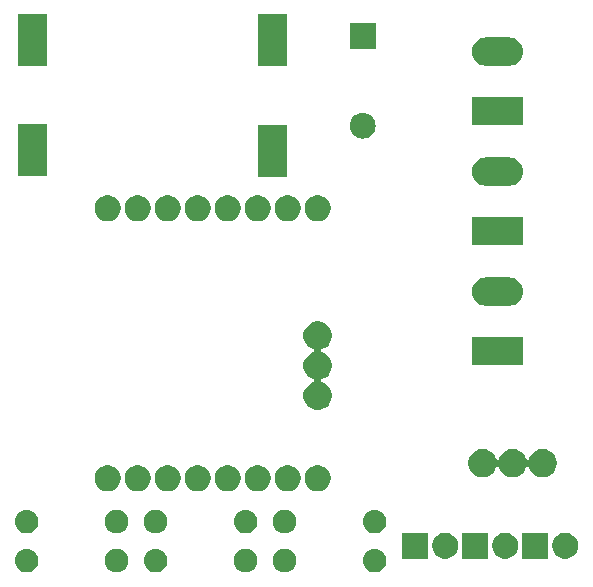
<source format=gbr>
G04 #@! TF.GenerationSoftware,KiCad,Pcbnew,5.0.1*
G04 #@! TF.CreationDate,2019-01-31T10:33:15+01:00*
G04 #@! TF.ProjectId,wasserschaden,7761737365727363686164656E2E6B69,rev?*
G04 #@! TF.SameCoordinates,Original*
G04 #@! TF.FileFunction,Soldermask,Bot*
G04 #@! TF.FilePolarity,Negative*
%FSLAX46Y46*%
G04 Gerber Fmt 4.6, Leading zero omitted, Abs format (unit mm)*
G04 Created by KiCad (PCBNEW 5.0.1) date Do 31 Jan 2019 10:33:15 CET*
%MOMM*%
%LPD*%
G01*
G04 APERTURE LIST*
%ADD10C,0.100000*%
G04 APERTURE END LIST*
D10*
G36*
X147749770Y-104425372D02*
X147865689Y-104448429D01*
X148047678Y-104523811D01*
X148211463Y-104633249D01*
X148350751Y-104772537D01*
X148460189Y-104936322D01*
X148535571Y-105118311D01*
X148574000Y-105311509D01*
X148574000Y-105508491D01*
X148535571Y-105701689D01*
X148460189Y-105883678D01*
X148350751Y-106047463D01*
X148211463Y-106186751D01*
X148047678Y-106296189D01*
X147865689Y-106371571D01*
X147749770Y-106394628D01*
X147672493Y-106410000D01*
X147475507Y-106410000D01*
X147398230Y-106394628D01*
X147282311Y-106371571D01*
X147100322Y-106296189D01*
X146936537Y-106186751D01*
X146797249Y-106047463D01*
X146687811Y-105883678D01*
X146612429Y-105701689D01*
X146574000Y-105508491D01*
X146574000Y-105311509D01*
X146612429Y-105118311D01*
X146687811Y-104936322D01*
X146797249Y-104772537D01*
X146936537Y-104633249D01*
X147100322Y-104523811D01*
X147282311Y-104448429D01*
X147398230Y-104425372D01*
X147475507Y-104410000D01*
X147672493Y-104410000D01*
X147749770Y-104425372D01*
X147749770Y-104425372D01*
G37*
G36*
X140150030Y-104424469D02*
X140150033Y-104424470D01*
X140150034Y-104424470D01*
X140338535Y-104481651D01*
X140338537Y-104481652D01*
X140512260Y-104574509D01*
X140664528Y-104699472D01*
X140789491Y-104851740D01*
X140789492Y-104851742D01*
X140882349Y-105025465D01*
X140909451Y-105114809D01*
X140939531Y-105213970D01*
X140958838Y-105410000D01*
X140939531Y-105606030D01*
X140882348Y-105794537D01*
X140789491Y-105968260D01*
X140664528Y-106120528D01*
X140512260Y-106245491D01*
X140512258Y-106245492D01*
X140338535Y-106338349D01*
X140150034Y-106395530D01*
X140150033Y-106395530D01*
X140150030Y-106395531D01*
X140003124Y-106410000D01*
X139904876Y-106410000D01*
X139757970Y-106395531D01*
X139757967Y-106395530D01*
X139757966Y-106395530D01*
X139569465Y-106338349D01*
X139395742Y-106245492D01*
X139395740Y-106245491D01*
X139243472Y-106120528D01*
X139118509Y-105968260D01*
X139025652Y-105794537D01*
X138968469Y-105606030D01*
X138949162Y-105410000D01*
X138968469Y-105213970D01*
X138998549Y-105114809D01*
X139025651Y-105025465D01*
X139118508Y-104851742D01*
X139118509Y-104851740D01*
X139243472Y-104699472D01*
X139395740Y-104574509D01*
X139569463Y-104481652D01*
X139569465Y-104481651D01*
X139757966Y-104424470D01*
X139757967Y-104424470D01*
X139757970Y-104424469D01*
X139904876Y-104410000D01*
X140003124Y-104410000D01*
X140150030Y-104424469D01*
X140150030Y-104424469D01*
G37*
G36*
X151051770Y-104425372D02*
X151167689Y-104448429D01*
X151349678Y-104523811D01*
X151513463Y-104633249D01*
X151652751Y-104772537D01*
X151762189Y-104936322D01*
X151837571Y-105118311D01*
X151876000Y-105311509D01*
X151876000Y-105508491D01*
X151837571Y-105701689D01*
X151762189Y-105883678D01*
X151652751Y-106047463D01*
X151513463Y-106186751D01*
X151349678Y-106296189D01*
X151167689Y-106371571D01*
X151051770Y-106394628D01*
X150974493Y-106410000D01*
X150777507Y-106410000D01*
X150700230Y-106394628D01*
X150584311Y-106371571D01*
X150402322Y-106296189D01*
X150238537Y-106186751D01*
X150099249Y-106047463D01*
X149989811Y-105883678D01*
X149914429Y-105701689D01*
X149876000Y-105508491D01*
X149876000Y-105311509D01*
X149914429Y-105118311D01*
X149989811Y-104936322D01*
X150099249Y-104772537D01*
X150238537Y-104633249D01*
X150402322Y-104523811D01*
X150584311Y-104448429D01*
X150700230Y-104425372D01*
X150777507Y-104410000D01*
X150974493Y-104410000D01*
X151051770Y-104425372D01*
X151051770Y-104425372D01*
G37*
G36*
X136827770Y-104425372D02*
X136943689Y-104448429D01*
X137125678Y-104523811D01*
X137289463Y-104633249D01*
X137428751Y-104772537D01*
X137538189Y-104936322D01*
X137613571Y-105118311D01*
X137652000Y-105311509D01*
X137652000Y-105508491D01*
X137613571Y-105701689D01*
X137538189Y-105883678D01*
X137428751Y-106047463D01*
X137289463Y-106186751D01*
X137125678Y-106296189D01*
X136943689Y-106371571D01*
X136827770Y-106394628D01*
X136750493Y-106410000D01*
X136553507Y-106410000D01*
X136476230Y-106394628D01*
X136360311Y-106371571D01*
X136178322Y-106296189D01*
X136014537Y-106186751D01*
X135875249Y-106047463D01*
X135765811Y-105883678D01*
X135690429Y-105701689D01*
X135652000Y-105508491D01*
X135652000Y-105311509D01*
X135690429Y-105118311D01*
X135765811Y-104936322D01*
X135875249Y-104772537D01*
X136014537Y-104633249D01*
X136178322Y-104523811D01*
X136360311Y-104448429D01*
X136476230Y-104425372D01*
X136553507Y-104410000D01*
X136750493Y-104410000D01*
X136827770Y-104425372D01*
X136827770Y-104425372D01*
G37*
G36*
X129228030Y-104424469D02*
X129228033Y-104424470D01*
X129228034Y-104424470D01*
X129416535Y-104481651D01*
X129416537Y-104481652D01*
X129590260Y-104574509D01*
X129742528Y-104699472D01*
X129867491Y-104851740D01*
X129867492Y-104851742D01*
X129960349Y-105025465D01*
X129987451Y-105114809D01*
X130017531Y-105213970D01*
X130036838Y-105410000D01*
X130017531Y-105606030D01*
X129960348Y-105794537D01*
X129867491Y-105968260D01*
X129742528Y-106120528D01*
X129590260Y-106245491D01*
X129590258Y-106245492D01*
X129416535Y-106338349D01*
X129228034Y-106395530D01*
X129228033Y-106395530D01*
X129228030Y-106395531D01*
X129081124Y-106410000D01*
X128982876Y-106410000D01*
X128835970Y-106395531D01*
X128835967Y-106395530D01*
X128835966Y-106395530D01*
X128647465Y-106338349D01*
X128473742Y-106245492D01*
X128473740Y-106245491D01*
X128321472Y-106120528D01*
X128196509Y-105968260D01*
X128103652Y-105794537D01*
X128046469Y-105606030D01*
X128027162Y-105410000D01*
X128046469Y-105213970D01*
X128076549Y-105114809D01*
X128103651Y-105025465D01*
X128196508Y-104851742D01*
X128196509Y-104851740D01*
X128321472Y-104699472D01*
X128473740Y-104574509D01*
X128647463Y-104481652D01*
X128647465Y-104481651D01*
X128835966Y-104424470D01*
X128835967Y-104424470D01*
X128835970Y-104424469D01*
X128982876Y-104410000D01*
X129081124Y-104410000D01*
X129228030Y-104424469D01*
X129228030Y-104424469D01*
G37*
G36*
X158692030Y-104424469D02*
X158692033Y-104424470D01*
X158692034Y-104424470D01*
X158880535Y-104481651D01*
X158880537Y-104481652D01*
X159054260Y-104574509D01*
X159206528Y-104699472D01*
X159331491Y-104851740D01*
X159331492Y-104851742D01*
X159424349Y-105025465D01*
X159451451Y-105114809D01*
X159481531Y-105213970D01*
X159500838Y-105410000D01*
X159481531Y-105606030D01*
X159424348Y-105794537D01*
X159331491Y-105968260D01*
X159206528Y-106120528D01*
X159054260Y-106245491D01*
X159054258Y-106245492D01*
X158880535Y-106338349D01*
X158692034Y-106395530D01*
X158692033Y-106395530D01*
X158692030Y-106395531D01*
X158545124Y-106410000D01*
X158446876Y-106410000D01*
X158299970Y-106395531D01*
X158299967Y-106395530D01*
X158299966Y-106395530D01*
X158111465Y-106338349D01*
X157937742Y-106245492D01*
X157937740Y-106245491D01*
X157785472Y-106120528D01*
X157660509Y-105968260D01*
X157567652Y-105794537D01*
X157510469Y-105606030D01*
X157491162Y-105410000D01*
X157510469Y-105213970D01*
X157540549Y-105114809D01*
X157567651Y-105025465D01*
X157660508Y-104851742D01*
X157660509Y-104851740D01*
X157785472Y-104699472D01*
X157937740Y-104574509D01*
X158111463Y-104481652D01*
X158111465Y-104481651D01*
X158299966Y-104424470D01*
X158299967Y-104424470D01*
X158299970Y-104424469D01*
X158446876Y-104410000D01*
X158545124Y-104410000D01*
X158692030Y-104424469D01*
X158692030Y-104424469D01*
G37*
G36*
X169865857Y-103082272D02*
X170066042Y-103165191D01*
X170246213Y-103285578D01*
X170399422Y-103438787D01*
X170519809Y-103618958D01*
X170602728Y-103819143D01*
X170645000Y-104031658D01*
X170645000Y-104248342D01*
X170602728Y-104460857D01*
X170519809Y-104661042D01*
X170399422Y-104841213D01*
X170246213Y-104994422D01*
X170066042Y-105114809D01*
X169865857Y-105197728D01*
X169653342Y-105240000D01*
X169436658Y-105240000D01*
X169224143Y-105197728D01*
X169023958Y-105114809D01*
X168843787Y-104994422D01*
X168690578Y-104841213D01*
X168570191Y-104661042D01*
X168487272Y-104460857D01*
X168445000Y-104248342D01*
X168445000Y-104031658D01*
X168487272Y-103819143D01*
X168570191Y-103618958D01*
X168690578Y-103438787D01*
X168843787Y-103285578D01*
X169023958Y-103165191D01*
X169224143Y-103082272D01*
X169436658Y-103040000D01*
X169653342Y-103040000D01*
X169865857Y-103082272D01*
X169865857Y-103082272D01*
G37*
G36*
X168105000Y-105240000D02*
X165905000Y-105240000D01*
X165905000Y-103040000D01*
X168105000Y-103040000D01*
X168105000Y-105240000D01*
X168105000Y-105240000D01*
G37*
G36*
X173185000Y-105240000D02*
X170985000Y-105240000D01*
X170985000Y-103040000D01*
X173185000Y-103040000D01*
X173185000Y-105240000D01*
X173185000Y-105240000D01*
G37*
G36*
X174945857Y-103082272D02*
X175146042Y-103165191D01*
X175326213Y-103285578D01*
X175479422Y-103438787D01*
X175599809Y-103618958D01*
X175682728Y-103819143D01*
X175725000Y-104031658D01*
X175725000Y-104248342D01*
X175682728Y-104460857D01*
X175599809Y-104661042D01*
X175479422Y-104841213D01*
X175326213Y-104994422D01*
X175146042Y-105114809D01*
X174945857Y-105197728D01*
X174733342Y-105240000D01*
X174516658Y-105240000D01*
X174304143Y-105197728D01*
X174103958Y-105114809D01*
X173923787Y-104994422D01*
X173770578Y-104841213D01*
X173650191Y-104661042D01*
X173567272Y-104460857D01*
X173525000Y-104248342D01*
X173525000Y-104031658D01*
X173567272Y-103819143D01*
X173650191Y-103618958D01*
X173770578Y-103438787D01*
X173923787Y-103285578D01*
X174103958Y-103165191D01*
X174304143Y-103082272D01*
X174516658Y-103040000D01*
X174733342Y-103040000D01*
X174945857Y-103082272D01*
X174945857Y-103082272D01*
G37*
G36*
X163025000Y-105240000D02*
X160825000Y-105240000D01*
X160825000Y-103040000D01*
X163025000Y-103040000D01*
X163025000Y-105240000D01*
X163025000Y-105240000D01*
G37*
G36*
X164785857Y-103082272D02*
X164986042Y-103165191D01*
X165166213Y-103285578D01*
X165319422Y-103438787D01*
X165439809Y-103618958D01*
X165522728Y-103819143D01*
X165565000Y-104031658D01*
X165565000Y-104248342D01*
X165522728Y-104460857D01*
X165439809Y-104661042D01*
X165319422Y-104841213D01*
X165166213Y-104994422D01*
X164986042Y-105114809D01*
X164785857Y-105197728D01*
X164573342Y-105240000D01*
X164356658Y-105240000D01*
X164144143Y-105197728D01*
X163943958Y-105114809D01*
X163763787Y-104994422D01*
X163610578Y-104841213D01*
X163490191Y-104661042D01*
X163407272Y-104460857D01*
X163365000Y-104248342D01*
X163365000Y-104031658D01*
X163407272Y-103819143D01*
X163490191Y-103618958D01*
X163610578Y-103438787D01*
X163763787Y-103285578D01*
X163943958Y-103165191D01*
X164144143Y-103082272D01*
X164356658Y-103040000D01*
X164573342Y-103040000D01*
X164785857Y-103082272D01*
X164785857Y-103082272D01*
G37*
G36*
X147770030Y-101122469D02*
X147770033Y-101122470D01*
X147770034Y-101122470D01*
X147958535Y-101179651D01*
X147958537Y-101179652D01*
X148132260Y-101272509D01*
X148284528Y-101397472D01*
X148409491Y-101549740D01*
X148502348Y-101723463D01*
X148559531Y-101911970D01*
X148578838Y-102108000D01*
X148559531Y-102304030D01*
X148502348Y-102492537D01*
X148409491Y-102666260D01*
X148284528Y-102818528D01*
X148132260Y-102943491D01*
X148132258Y-102943492D01*
X147958535Y-103036349D01*
X147770034Y-103093530D01*
X147770033Y-103093530D01*
X147770030Y-103093531D01*
X147623124Y-103108000D01*
X147524876Y-103108000D01*
X147377970Y-103093531D01*
X147377967Y-103093530D01*
X147377966Y-103093530D01*
X147189465Y-103036349D01*
X147015742Y-102943492D01*
X147015740Y-102943491D01*
X146863472Y-102818528D01*
X146738509Y-102666260D01*
X146645652Y-102492537D01*
X146588469Y-102304030D01*
X146569162Y-102108000D01*
X146588469Y-101911970D01*
X146645652Y-101723463D01*
X146738509Y-101549740D01*
X146863472Y-101397472D01*
X147015740Y-101272509D01*
X147189463Y-101179652D01*
X147189465Y-101179651D01*
X147377966Y-101122470D01*
X147377967Y-101122470D01*
X147377970Y-101122469D01*
X147524876Y-101108000D01*
X147623124Y-101108000D01*
X147770030Y-101122469D01*
X147770030Y-101122469D01*
G37*
G36*
X129228030Y-101122469D02*
X129228033Y-101122470D01*
X129228034Y-101122470D01*
X129416535Y-101179651D01*
X129416537Y-101179652D01*
X129590260Y-101272509D01*
X129742528Y-101397472D01*
X129867491Y-101549740D01*
X129960348Y-101723463D01*
X130017531Y-101911970D01*
X130036838Y-102108000D01*
X130017531Y-102304030D01*
X129960348Y-102492537D01*
X129867491Y-102666260D01*
X129742528Y-102818528D01*
X129590260Y-102943491D01*
X129590258Y-102943492D01*
X129416535Y-103036349D01*
X129228034Y-103093530D01*
X129228033Y-103093530D01*
X129228030Y-103093531D01*
X129081124Y-103108000D01*
X128982876Y-103108000D01*
X128835970Y-103093531D01*
X128835967Y-103093530D01*
X128835966Y-103093530D01*
X128647465Y-103036349D01*
X128473742Y-102943492D01*
X128473740Y-102943491D01*
X128321472Y-102818528D01*
X128196509Y-102666260D01*
X128103652Y-102492537D01*
X128046469Y-102304030D01*
X128027162Y-102108000D01*
X128046469Y-101911970D01*
X128103652Y-101723463D01*
X128196509Y-101549740D01*
X128321472Y-101397472D01*
X128473740Y-101272509D01*
X128647463Y-101179652D01*
X128647465Y-101179651D01*
X128835966Y-101122470D01*
X128835967Y-101122470D01*
X128835970Y-101122469D01*
X128982876Y-101108000D01*
X129081124Y-101108000D01*
X129228030Y-101122469D01*
X129228030Y-101122469D01*
G37*
G36*
X136827770Y-101123372D02*
X136943689Y-101146429D01*
X137125678Y-101221811D01*
X137289463Y-101331249D01*
X137428751Y-101470537D01*
X137538189Y-101634322D01*
X137613571Y-101816311D01*
X137652000Y-102009509D01*
X137652000Y-102206491D01*
X137613571Y-102399689D01*
X137538189Y-102581678D01*
X137428751Y-102745463D01*
X137289463Y-102884751D01*
X137125678Y-102994189D01*
X136943689Y-103069571D01*
X136827770Y-103092628D01*
X136750493Y-103108000D01*
X136553507Y-103108000D01*
X136476230Y-103092628D01*
X136360311Y-103069571D01*
X136178322Y-102994189D01*
X136014537Y-102884751D01*
X135875249Y-102745463D01*
X135765811Y-102581678D01*
X135690429Y-102399689D01*
X135652000Y-102206491D01*
X135652000Y-102009509D01*
X135690429Y-101816311D01*
X135765811Y-101634322D01*
X135875249Y-101470537D01*
X136014537Y-101331249D01*
X136178322Y-101221811D01*
X136360311Y-101146429D01*
X136476230Y-101123372D01*
X136553507Y-101108000D01*
X136750493Y-101108000D01*
X136827770Y-101123372D01*
X136827770Y-101123372D01*
G37*
G36*
X140129770Y-101123372D02*
X140245689Y-101146429D01*
X140427678Y-101221811D01*
X140591463Y-101331249D01*
X140730751Y-101470537D01*
X140840189Y-101634322D01*
X140915571Y-101816311D01*
X140954000Y-102009509D01*
X140954000Y-102206491D01*
X140915571Y-102399689D01*
X140840189Y-102581678D01*
X140730751Y-102745463D01*
X140591463Y-102884751D01*
X140427678Y-102994189D01*
X140245689Y-103069571D01*
X140129770Y-103092628D01*
X140052493Y-103108000D01*
X139855507Y-103108000D01*
X139778230Y-103092628D01*
X139662311Y-103069571D01*
X139480322Y-102994189D01*
X139316537Y-102884751D01*
X139177249Y-102745463D01*
X139067811Y-102581678D01*
X138992429Y-102399689D01*
X138954000Y-102206491D01*
X138954000Y-102009509D01*
X138992429Y-101816311D01*
X139067811Y-101634322D01*
X139177249Y-101470537D01*
X139316537Y-101331249D01*
X139480322Y-101221811D01*
X139662311Y-101146429D01*
X139778230Y-101123372D01*
X139855507Y-101108000D01*
X140052493Y-101108000D01*
X140129770Y-101123372D01*
X140129770Y-101123372D01*
G37*
G36*
X158692030Y-101122469D02*
X158692033Y-101122470D01*
X158692034Y-101122470D01*
X158880535Y-101179651D01*
X158880537Y-101179652D01*
X159054260Y-101272509D01*
X159206528Y-101397472D01*
X159331491Y-101549740D01*
X159424348Y-101723463D01*
X159481531Y-101911970D01*
X159500838Y-102108000D01*
X159481531Y-102304030D01*
X159424348Y-102492537D01*
X159331491Y-102666260D01*
X159206528Y-102818528D01*
X159054260Y-102943491D01*
X159054258Y-102943492D01*
X158880535Y-103036349D01*
X158692034Y-103093530D01*
X158692033Y-103093530D01*
X158692030Y-103093531D01*
X158545124Y-103108000D01*
X158446876Y-103108000D01*
X158299970Y-103093531D01*
X158299967Y-103093530D01*
X158299966Y-103093530D01*
X158111465Y-103036349D01*
X157937742Y-102943492D01*
X157937740Y-102943491D01*
X157785472Y-102818528D01*
X157660509Y-102666260D01*
X157567652Y-102492537D01*
X157510469Y-102304030D01*
X157491162Y-102108000D01*
X157510469Y-101911970D01*
X157567652Y-101723463D01*
X157660509Y-101549740D01*
X157785472Y-101397472D01*
X157937740Y-101272509D01*
X158111463Y-101179652D01*
X158111465Y-101179651D01*
X158299966Y-101122470D01*
X158299967Y-101122470D01*
X158299970Y-101122469D01*
X158446876Y-101108000D01*
X158545124Y-101108000D01*
X158692030Y-101122469D01*
X158692030Y-101122469D01*
G37*
G36*
X151051770Y-101123372D02*
X151167689Y-101146429D01*
X151349678Y-101221811D01*
X151513463Y-101331249D01*
X151652751Y-101470537D01*
X151762189Y-101634322D01*
X151837571Y-101816311D01*
X151876000Y-102009509D01*
X151876000Y-102206491D01*
X151837571Y-102399689D01*
X151762189Y-102581678D01*
X151652751Y-102745463D01*
X151513463Y-102884751D01*
X151349678Y-102994189D01*
X151167689Y-103069571D01*
X151051770Y-103092628D01*
X150974493Y-103108000D01*
X150777507Y-103108000D01*
X150700230Y-103092628D01*
X150584311Y-103069571D01*
X150402322Y-102994189D01*
X150238537Y-102884751D01*
X150099249Y-102745463D01*
X149989811Y-102581678D01*
X149914429Y-102399689D01*
X149876000Y-102206491D01*
X149876000Y-102009509D01*
X149914429Y-101816311D01*
X149989811Y-101634322D01*
X150099249Y-101470537D01*
X150238537Y-101331249D01*
X150402322Y-101221811D01*
X150584311Y-101146429D01*
X150700230Y-101123372D01*
X150777507Y-101108000D01*
X150974493Y-101108000D01*
X151051770Y-101123372D01*
X151051770Y-101123372D01*
G37*
G36*
X153990857Y-97367272D02*
X154191042Y-97450191D01*
X154191045Y-97450193D01*
X154273110Y-97505027D01*
X154371213Y-97570578D01*
X154524422Y-97723787D01*
X154644809Y-97903958D01*
X154727728Y-98104143D01*
X154770000Y-98316658D01*
X154770000Y-98533342D01*
X154727728Y-98745857D01*
X154644809Y-98946042D01*
X154524422Y-99126213D01*
X154371213Y-99279422D01*
X154191042Y-99399809D01*
X153990857Y-99482728D01*
X153778342Y-99525000D01*
X153561658Y-99525000D01*
X153349143Y-99482728D01*
X153148958Y-99399809D01*
X152968787Y-99279422D01*
X152815578Y-99126213D01*
X152695191Y-98946042D01*
X152612272Y-98745857D01*
X152570000Y-98533342D01*
X152570000Y-98316658D01*
X152612272Y-98104143D01*
X152695191Y-97903958D01*
X152815578Y-97723787D01*
X152968787Y-97570578D01*
X153066891Y-97505027D01*
X153148955Y-97450193D01*
X153148958Y-97450191D01*
X153349143Y-97367272D01*
X153561658Y-97325000D01*
X153778342Y-97325000D01*
X153990857Y-97367272D01*
X153990857Y-97367272D01*
G37*
G36*
X136210857Y-97367272D02*
X136411042Y-97450191D01*
X136411045Y-97450193D01*
X136493110Y-97505027D01*
X136591213Y-97570578D01*
X136744422Y-97723787D01*
X136864809Y-97903958D01*
X136947728Y-98104143D01*
X136990000Y-98316658D01*
X136990000Y-98533342D01*
X136947728Y-98745857D01*
X136864809Y-98946042D01*
X136744422Y-99126213D01*
X136591213Y-99279422D01*
X136411042Y-99399809D01*
X136210857Y-99482728D01*
X135998342Y-99525000D01*
X135781658Y-99525000D01*
X135569143Y-99482728D01*
X135368958Y-99399809D01*
X135188787Y-99279422D01*
X135035578Y-99126213D01*
X134915191Y-98946042D01*
X134832272Y-98745857D01*
X134790000Y-98533342D01*
X134790000Y-98316658D01*
X134832272Y-98104143D01*
X134915191Y-97903958D01*
X135035578Y-97723787D01*
X135188787Y-97570578D01*
X135286891Y-97505027D01*
X135368955Y-97450193D01*
X135368958Y-97450191D01*
X135569143Y-97367272D01*
X135781658Y-97325000D01*
X135998342Y-97325000D01*
X136210857Y-97367272D01*
X136210857Y-97367272D01*
G37*
G36*
X138750857Y-97367272D02*
X138951042Y-97450191D01*
X138951045Y-97450193D01*
X139033110Y-97505027D01*
X139131213Y-97570578D01*
X139284422Y-97723787D01*
X139404809Y-97903958D01*
X139487728Y-98104143D01*
X139530000Y-98316658D01*
X139530000Y-98533342D01*
X139487728Y-98745857D01*
X139404809Y-98946042D01*
X139284422Y-99126213D01*
X139131213Y-99279422D01*
X138951042Y-99399809D01*
X138750857Y-99482728D01*
X138538342Y-99525000D01*
X138321658Y-99525000D01*
X138109143Y-99482728D01*
X137908958Y-99399809D01*
X137728787Y-99279422D01*
X137575578Y-99126213D01*
X137455191Y-98946042D01*
X137372272Y-98745857D01*
X137330000Y-98533342D01*
X137330000Y-98316658D01*
X137372272Y-98104143D01*
X137455191Y-97903958D01*
X137575578Y-97723787D01*
X137728787Y-97570578D01*
X137826891Y-97505027D01*
X137908955Y-97450193D01*
X137908958Y-97450191D01*
X138109143Y-97367272D01*
X138321658Y-97325000D01*
X138538342Y-97325000D01*
X138750857Y-97367272D01*
X138750857Y-97367272D01*
G37*
G36*
X141290857Y-97367272D02*
X141491042Y-97450191D01*
X141491045Y-97450193D01*
X141573110Y-97505027D01*
X141671213Y-97570578D01*
X141824422Y-97723787D01*
X141944809Y-97903958D01*
X142027728Y-98104143D01*
X142070000Y-98316658D01*
X142070000Y-98533342D01*
X142027728Y-98745857D01*
X141944809Y-98946042D01*
X141824422Y-99126213D01*
X141671213Y-99279422D01*
X141491042Y-99399809D01*
X141290857Y-99482728D01*
X141078342Y-99525000D01*
X140861658Y-99525000D01*
X140649143Y-99482728D01*
X140448958Y-99399809D01*
X140268787Y-99279422D01*
X140115578Y-99126213D01*
X139995191Y-98946042D01*
X139912272Y-98745857D01*
X139870000Y-98533342D01*
X139870000Y-98316658D01*
X139912272Y-98104143D01*
X139995191Y-97903958D01*
X140115578Y-97723787D01*
X140268787Y-97570578D01*
X140366891Y-97505027D01*
X140448955Y-97450193D01*
X140448958Y-97450191D01*
X140649143Y-97367272D01*
X140861658Y-97325000D01*
X141078342Y-97325000D01*
X141290857Y-97367272D01*
X141290857Y-97367272D01*
G37*
G36*
X143830857Y-97367272D02*
X144031042Y-97450191D01*
X144031045Y-97450193D01*
X144113110Y-97505027D01*
X144211213Y-97570578D01*
X144364422Y-97723787D01*
X144484809Y-97903958D01*
X144567728Y-98104143D01*
X144610000Y-98316658D01*
X144610000Y-98533342D01*
X144567728Y-98745857D01*
X144484809Y-98946042D01*
X144364422Y-99126213D01*
X144211213Y-99279422D01*
X144031042Y-99399809D01*
X143830857Y-99482728D01*
X143618342Y-99525000D01*
X143401658Y-99525000D01*
X143189143Y-99482728D01*
X142988958Y-99399809D01*
X142808787Y-99279422D01*
X142655578Y-99126213D01*
X142535191Y-98946042D01*
X142452272Y-98745857D01*
X142410000Y-98533342D01*
X142410000Y-98316658D01*
X142452272Y-98104143D01*
X142535191Y-97903958D01*
X142655578Y-97723787D01*
X142808787Y-97570578D01*
X142906891Y-97505027D01*
X142988955Y-97450193D01*
X142988958Y-97450191D01*
X143189143Y-97367272D01*
X143401658Y-97325000D01*
X143618342Y-97325000D01*
X143830857Y-97367272D01*
X143830857Y-97367272D01*
G37*
G36*
X146370857Y-97367272D02*
X146571042Y-97450191D01*
X146571045Y-97450193D01*
X146653110Y-97505027D01*
X146751213Y-97570578D01*
X146904422Y-97723787D01*
X147024809Y-97903958D01*
X147107728Y-98104143D01*
X147150000Y-98316658D01*
X147150000Y-98533342D01*
X147107728Y-98745857D01*
X147024809Y-98946042D01*
X146904422Y-99126213D01*
X146751213Y-99279422D01*
X146571042Y-99399809D01*
X146370857Y-99482728D01*
X146158342Y-99525000D01*
X145941658Y-99525000D01*
X145729143Y-99482728D01*
X145528958Y-99399809D01*
X145348787Y-99279422D01*
X145195578Y-99126213D01*
X145075191Y-98946042D01*
X144992272Y-98745857D01*
X144950000Y-98533342D01*
X144950000Y-98316658D01*
X144992272Y-98104143D01*
X145075191Y-97903958D01*
X145195578Y-97723787D01*
X145348787Y-97570578D01*
X145446891Y-97505027D01*
X145528955Y-97450193D01*
X145528958Y-97450191D01*
X145729143Y-97367272D01*
X145941658Y-97325000D01*
X146158342Y-97325000D01*
X146370857Y-97367272D01*
X146370857Y-97367272D01*
G37*
G36*
X148910857Y-97367272D02*
X149111042Y-97450191D01*
X149111045Y-97450193D01*
X149193110Y-97505027D01*
X149291213Y-97570578D01*
X149444422Y-97723787D01*
X149564809Y-97903958D01*
X149647728Y-98104143D01*
X149690000Y-98316658D01*
X149690000Y-98533342D01*
X149647728Y-98745857D01*
X149564809Y-98946042D01*
X149444422Y-99126213D01*
X149291213Y-99279422D01*
X149111042Y-99399809D01*
X148910857Y-99482728D01*
X148698342Y-99525000D01*
X148481658Y-99525000D01*
X148269143Y-99482728D01*
X148068958Y-99399809D01*
X147888787Y-99279422D01*
X147735578Y-99126213D01*
X147615191Y-98946042D01*
X147532272Y-98745857D01*
X147490000Y-98533342D01*
X147490000Y-98316658D01*
X147532272Y-98104143D01*
X147615191Y-97903958D01*
X147735578Y-97723787D01*
X147888787Y-97570578D01*
X147986891Y-97505027D01*
X148068955Y-97450193D01*
X148068958Y-97450191D01*
X148269143Y-97367272D01*
X148481658Y-97325000D01*
X148698342Y-97325000D01*
X148910857Y-97367272D01*
X148910857Y-97367272D01*
G37*
G36*
X151450857Y-97367272D02*
X151651042Y-97450191D01*
X151651045Y-97450193D01*
X151733110Y-97505027D01*
X151831213Y-97570578D01*
X151984422Y-97723787D01*
X152104809Y-97903958D01*
X152187728Y-98104143D01*
X152230000Y-98316658D01*
X152230000Y-98533342D01*
X152187728Y-98745857D01*
X152104809Y-98946042D01*
X151984422Y-99126213D01*
X151831213Y-99279422D01*
X151651042Y-99399809D01*
X151450857Y-99482728D01*
X151238342Y-99525000D01*
X151021658Y-99525000D01*
X150809143Y-99482728D01*
X150608958Y-99399809D01*
X150428787Y-99279422D01*
X150275578Y-99126213D01*
X150155191Y-98946042D01*
X150072272Y-98745857D01*
X150030000Y-98533342D01*
X150030000Y-98316658D01*
X150072272Y-98104143D01*
X150155191Y-97903958D01*
X150275578Y-97723787D01*
X150428787Y-97570578D01*
X150526891Y-97505027D01*
X150608955Y-97450193D01*
X150608958Y-97450191D01*
X150809143Y-97367272D01*
X151021658Y-97325000D01*
X151238342Y-97325000D01*
X151450857Y-97367272D01*
X151450857Y-97367272D01*
G37*
G36*
X167990026Y-96001115D02*
X168208412Y-96091573D01*
X168404958Y-96222901D01*
X168572099Y-96390042D01*
X168703427Y-96586588D01*
X168794515Y-96806495D01*
X168806066Y-96828106D01*
X168821611Y-96847048D01*
X168840554Y-96862594D01*
X168862164Y-96874145D01*
X168885613Y-96881258D01*
X168910000Y-96883660D01*
X168934386Y-96881258D01*
X168957835Y-96874145D01*
X168979446Y-96862594D01*
X168998388Y-96847049D01*
X169013934Y-96828106D01*
X169025485Y-96806495D01*
X169116573Y-96586588D01*
X169247901Y-96390042D01*
X169415042Y-96222901D01*
X169611588Y-96091573D01*
X169829974Y-96001115D01*
X170061809Y-95955000D01*
X170298191Y-95955000D01*
X170530026Y-96001115D01*
X170748412Y-96091573D01*
X170944958Y-96222901D01*
X171112099Y-96390042D01*
X171243427Y-96586588D01*
X171334515Y-96806495D01*
X171346066Y-96828106D01*
X171361611Y-96847048D01*
X171380554Y-96862594D01*
X171402164Y-96874145D01*
X171425613Y-96881258D01*
X171450000Y-96883660D01*
X171474386Y-96881258D01*
X171497835Y-96874145D01*
X171519446Y-96862594D01*
X171538388Y-96847049D01*
X171553934Y-96828106D01*
X171565485Y-96806495D01*
X171656573Y-96586588D01*
X171787901Y-96390042D01*
X171955042Y-96222901D01*
X172151588Y-96091573D01*
X172369974Y-96001115D01*
X172601809Y-95955000D01*
X172838191Y-95955000D01*
X173070026Y-96001115D01*
X173288412Y-96091573D01*
X173484958Y-96222901D01*
X173652099Y-96390042D01*
X173783427Y-96586588D01*
X173873885Y-96804974D01*
X173920000Y-97036809D01*
X173920000Y-97273191D01*
X173873885Y-97505026D01*
X173783427Y-97723412D01*
X173652099Y-97919958D01*
X173484958Y-98087099D01*
X173288412Y-98218427D01*
X173070026Y-98308885D01*
X172838191Y-98355000D01*
X172601809Y-98355000D01*
X172369974Y-98308885D01*
X172151588Y-98218427D01*
X171955042Y-98087099D01*
X171787901Y-97919958D01*
X171656573Y-97723412D01*
X171565485Y-97503505D01*
X171553934Y-97481894D01*
X171538389Y-97462952D01*
X171519446Y-97447406D01*
X171497836Y-97435855D01*
X171474387Y-97428742D01*
X171450000Y-97426340D01*
X171425614Y-97428742D01*
X171402165Y-97435855D01*
X171380554Y-97447406D01*
X171361612Y-97462951D01*
X171346066Y-97481894D01*
X171334515Y-97503505D01*
X171243427Y-97723412D01*
X171112099Y-97919958D01*
X170944958Y-98087099D01*
X170748412Y-98218427D01*
X170530026Y-98308885D01*
X170298191Y-98355000D01*
X170061809Y-98355000D01*
X169829974Y-98308885D01*
X169611588Y-98218427D01*
X169415042Y-98087099D01*
X169247901Y-97919958D01*
X169116573Y-97723412D01*
X169025485Y-97503505D01*
X169013934Y-97481894D01*
X168998389Y-97462952D01*
X168979446Y-97447406D01*
X168957836Y-97435855D01*
X168934387Y-97428742D01*
X168910000Y-97426340D01*
X168885614Y-97428742D01*
X168862165Y-97435855D01*
X168840554Y-97447406D01*
X168821612Y-97462951D01*
X168806066Y-97481894D01*
X168794515Y-97503505D01*
X168703427Y-97723412D01*
X168572099Y-97919958D01*
X168404958Y-98087099D01*
X168208412Y-98218427D01*
X167990026Y-98308885D01*
X167758191Y-98355000D01*
X167521809Y-98355000D01*
X167289974Y-98308885D01*
X167071588Y-98218427D01*
X166875042Y-98087099D01*
X166707901Y-97919958D01*
X166576573Y-97723412D01*
X166486115Y-97505026D01*
X166440000Y-97273191D01*
X166440000Y-97036809D01*
X166486115Y-96804974D01*
X166576573Y-96586588D01*
X166707901Y-96390042D01*
X166875042Y-96222901D01*
X167071588Y-96091573D01*
X167289974Y-96001115D01*
X167521809Y-95955000D01*
X167758191Y-95955000D01*
X167990026Y-96001115D01*
X167990026Y-96001115D01*
G37*
G36*
X154020026Y-85206115D02*
X154238412Y-85296573D01*
X154434958Y-85427901D01*
X154602099Y-85595042D01*
X154733427Y-85791588D01*
X154823885Y-86009974D01*
X154870000Y-86241809D01*
X154870000Y-86478191D01*
X154823885Y-86710026D01*
X154733427Y-86928412D01*
X154602099Y-87124958D01*
X154434958Y-87292099D01*
X154238412Y-87423427D01*
X154018505Y-87514515D01*
X153996894Y-87526066D01*
X153977952Y-87541611D01*
X153962406Y-87560554D01*
X153950855Y-87582164D01*
X153943742Y-87605613D01*
X153941340Y-87630000D01*
X153943742Y-87654386D01*
X153950855Y-87677835D01*
X153962406Y-87699446D01*
X153977951Y-87718388D01*
X153996894Y-87733934D01*
X154018505Y-87745485D01*
X154238412Y-87836573D01*
X154434958Y-87967901D01*
X154602099Y-88135042D01*
X154733427Y-88331588D01*
X154823885Y-88549974D01*
X154870000Y-88781809D01*
X154870000Y-89018191D01*
X154823885Y-89250026D01*
X154733427Y-89468412D01*
X154602099Y-89664958D01*
X154434958Y-89832099D01*
X154238412Y-89963427D01*
X154018505Y-90054515D01*
X153996894Y-90066066D01*
X153977952Y-90081611D01*
X153962406Y-90100554D01*
X153950855Y-90122164D01*
X153943742Y-90145613D01*
X153941340Y-90170000D01*
X153943742Y-90194386D01*
X153950855Y-90217835D01*
X153962406Y-90239446D01*
X153977951Y-90258388D01*
X153996894Y-90273934D01*
X154018505Y-90285485D01*
X154238412Y-90376573D01*
X154434958Y-90507901D01*
X154602099Y-90675042D01*
X154733427Y-90871588D01*
X154823885Y-91089974D01*
X154870000Y-91321809D01*
X154870000Y-91558191D01*
X154823885Y-91790026D01*
X154733427Y-92008412D01*
X154602099Y-92204958D01*
X154434958Y-92372099D01*
X154238412Y-92503427D01*
X154020026Y-92593885D01*
X153788191Y-92640000D01*
X153551809Y-92640000D01*
X153319974Y-92593885D01*
X153101588Y-92503427D01*
X152905042Y-92372099D01*
X152737901Y-92204958D01*
X152606573Y-92008412D01*
X152516115Y-91790026D01*
X152470000Y-91558191D01*
X152470000Y-91321809D01*
X152516115Y-91089974D01*
X152606573Y-90871588D01*
X152737901Y-90675042D01*
X152905042Y-90507901D01*
X153101588Y-90376573D01*
X153321495Y-90285485D01*
X153343106Y-90273934D01*
X153362048Y-90258389D01*
X153377594Y-90239446D01*
X153389145Y-90217836D01*
X153396258Y-90194387D01*
X153398660Y-90170000D01*
X153396258Y-90145614D01*
X153389145Y-90122165D01*
X153377594Y-90100554D01*
X153362049Y-90081612D01*
X153343106Y-90066066D01*
X153321495Y-90054515D01*
X153101588Y-89963427D01*
X152905042Y-89832099D01*
X152737901Y-89664958D01*
X152606573Y-89468412D01*
X152516115Y-89250026D01*
X152470000Y-89018191D01*
X152470000Y-88781809D01*
X152516115Y-88549974D01*
X152606573Y-88331588D01*
X152737901Y-88135042D01*
X152905042Y-87967901D01*
X153101588Y-87836573D01*
X153321495Y-87745485D01*
X153343106Y-87733934D01*
X153362048Y-87718389D01*
X153377594Y-87699446D01*
X153389145Y-87677836D01*
X153396258Y-87654387D01*
X153398660Y-87630000D01*
X153396258Y-87605614D01*
X153389145Y-87582165D01*
X153377594Y-87560554D01*
X153362049Y-87541612D01*
X153343106Y-87526066D01*
X153321495Y-87514515D01*
X153101588Y-87423427D01*
X152905042Y-87292099D01*
X152737901Y-87124958D01*
X152606573Y-86928412D01*
X152516115Y-86710026D01*
X152470000Y-86478191D01*
X152470000Y-86241809D01*
X152516115Y-86009974D01*
X152606573Y-85791588D01*
X152737901Y-85595042D01*
X152905042Y-85427901D01*
X153101588Y-85296573D01*
X153319974Y-85206115D01*
X153551809Y-85160000D01*
X153788191Y-85160000D01*
X154020026Y-85206115D01*
X154020026Y-85206115D01*
G37*
G36*
X171090000Y-88820000D02*
X166730000Y-88820000D01*
X166730000Y-86440000D01*
X171090000Y-86440000D01*
X171090000Y-88820000D01*
X171090000Y-88820000D01*
G37*
G36*
X169993418Y-81443444D02*
X170133281Y-81457219D01*
X170357596Y-81525265D01*
X170564327Y-81635764D01*
X170745528Y-81784472D01*
X170894236Y-81965673D01*
X171004735Y-82172404D01*
X171072781Y-82396719D01*
X171095757Y-82630000D01*
X171072781Y-82863281D01*
X171004735Y-83087596D01*
X170894236Y-83294327D01*
X170745528Y-83475528D01*
X170564327Y-83624236D01*
X170357596Y-83734735D01*
X170133281Y-83802781D01*
X169993418Y-83816556D01*
X169958453Y-83820000D01*
X167861547Y-83820000D01*
X167826582Y-83816556D01*
X167686719Y-83802781D01*
X167462404Y-83734735D01*
X167255673Y-83624236D01*
X167074472Y-83475528D01*
X166925764Y-83294327D01*
X166815265Y-83087596D01*
X166747219Y-82863281D01*
X166724243Y-82630000D01*
X166747219Y-82396719D01*
X166815265Y-82172404D01*
X166925764Y-81965673D01*
X167074472Y-81784472D01*
X167255673Y-81635764D01*
X167462404Y-81525265D01*
X167686719Y-81457219D01*
X167826582Y-81443444D01*
X167861547Y-81440000D01*
X169958453Y-81440000D01*
X169993418Y-81443444D01*
X169993418Y-81443444D01*
G37*
G36*
X171090000Y-78660000D02*
X166730000Y-78660000D01*
X166730000Y-76280000D01*
X171090000Y-76280000D01*
X171090000Y-78660000D01*
X171090000Y-78660000D01*
G37*
G36*
X141290857Y-74507272D02*
X141491042Y-74590191D01*
X141671213Y-74710578D01*
X141824422Y-74863787D01*
X141944809Y-75043958D01*
X142027728Y-75244143D01*
X142070000Y-75456658D01*
X142070000Y-75673342D01*
X142027728Y-75885857D01*
X141944809Y-76086042D01*
X141824422Y-76266213D01*
X141671213Y-76419422D01*
X141491042Y-76539809D01*
X141290857Y-76622728D01*
X141078342Y-76665000D01*
X140861658Y-76665000D01*
X140649143Y-76622728D01*
X140448958Y-76539809D01*
X140268787Y-76419422D01*
X140115578Y-76266213D01*
X139995191Y-76086042D01*
X139912272Y-75885857D01*
X139870000Y-75673342D01*
X139870000Y-75456658D01*
X139912272Y-75244143D01*
X139995191Y-75043958D01*
X140115578Y-74863787D01*
X140268787Y-74710578D01*
X140448958Y-74590191D01*
X140649143Y-74507272D01*
X140861658Y-74465000D01*
X141078342Y-74465000D01*
X141290857Y-74507272D01*
X141290857Y-74507272D01*
G37*
G36*
X143830857Y-74507272D02*
X144031042Y-74590191D01*
X144211213Y-74710578D01*
X144364422Y-74863787D01*
X144484809Y-75043958D01*
X144567728Y-75244143D01*
X144610000Y-75456658D01*
X144610000Y-75673342D01*
X144567728Y-75885857D01*
X144484809Y-76086042D01*
X144364422Y-76266213D01*
X144211213Y-76419422D01*
X144031042Y-76539809D01*
X143830857Y-76622728D01*
X143618342Y-76665000D01*
X143401658Y-76665000D01*
X143189143Y-76622728D01*
X142988958Y-76539809D01*
X142808787Y-76419422D01*
X142655578Y-76266213D01*
X142535191Y-76086042D01*
X142452272Y-75885857D01*
X142410000Y-75673342D01*
X142410000Y-75456658D01*
X142452272Y-75244143D01*
X142535191Y-75043958D01*
X142655578Y-74863787D01*
X142808787Y-74710578D01*
X142988958Y-74590191D01*
X143189143Y-74507272D01*
X143401658Y-74465000D01*
X143618342Y-74465000D01*
X143830857Y-74507272D01*
X143830857Y-74507272D01*
G37*
G36*
X146370857Y-74507272D02*
X146571042Y-74590191D01*
X146751213Y-74710578D01*
X146904422Y-74863787D01*
X147024809Y-75043958D01*
X147107728Y-75244143D01*
X147150000Y-75456658D01*
X147150000Y-75673342D01*
X147107728Y-75885857D01*
X147024809Y-76086042D01*
X146904422Y-76266213D01*
X146751213Y-76419422D01*
X146571042Y-76539809D01*
X146370857Y-76622728D01*
X146158342Y-76665000D01*
X145941658Y-76665000D01*
X145729143Y-76622728D01*
X145528958Y-76539809D01*
X145348787Y-76419422D01*
X145195578Y-76266213D01*
X145075191Y-76086042D01*
X144992272Y-75885857D01*
X144950000Y-75673342D01*
X144950000Y-75456658D01*
X144992272Y-75244143D01*
X145075191Y-75043958D01*
X145195578Y-74863787D01*
X145348787Y-74710578D01*
X145528958Y-74590191D01*
X145729143Y-74507272D01*
X145941658Y-74465000D01*
X146158342Y-74465000D01*
X146370857Y-74507272D01*
X146370857Y-74507272D01*
G37*
G36*
X148910857Y-74507272D02*
X149111042Y-74590191D01*
X149291213Y-74710578D01*
X149444422Y-74863787D01*
X149564809Y-75043958D01*
X149647728Y-75244143D01*
X149690000Y-75456658D01*
X149690000Y-75673342D01*
X149647728Y-75885857D01*
X149564809Y-76086042D01*
X149444422Y-76266213D01*
X149291213Y-76419422D01*
X149111042Y-76539809D01*
X148910857Y-76622728D01*
X148698342Y-76665000D01*
X148481658Y-76665000D01*
X148269143Y-76622728D01*
X148068958Y-76539809D01*
X147888787Y-76419422D01*
X147735578Y-76266213D01*
X147615191Y-76086042D01*
X147532272Y-75885857D01*
X147490000Y-75673342D01*
X147490000Y-75456658D01*
X147532272Y-75244143D01*
X147615191Y-75043958D01*
X147735578Y-74863787D01*
X147888787Y-74710578D01*
X148068958Y-74590191D01*
X148269143Y-74507272D01*
X148481658Y-74465000D01*
X148698342Y-74465000D01*
X148910857Y-74507272D01*
X148910857Y-74507272D01*
G37*
G36*
X138750857Y-74507272D02*
X138951042Y-74590191D01*
X139131213Y-74710578D01*
X139284422Y-74863787D01*
X139404809Y-75043958D01*
X139487728Y-75244143D01*
X139530000Y-75456658D01*
X139530000Y-75673342D01*
X139487728Y-75885857D01*
X139404809Y-76086042D01*
X139284422Y-76266213D01*
X139131213Y-76419422D01*
X138951042Y-76539809D01*
X138750857Y-76622728D01*
X138538342Y-76665000D01*
X138321658Y-76665000D01*
X138109143Y-76622728D01*
X137908958Y-76539809D01*
X137728787Y-76419422D01*
X137575578Y-76266213D01*
X137455191Y-76086042D01*
X137372272Y-75885857D01*
X137330000Y-75673342D01*
X137330000Y-75456658D01*
X137372272Y-75244143D01*
X137455191Y-75043958D01*
X137575578Y-74863787D01*
X137728787Y-74710578D01*
X137908958Y-74590191D01*
X138109143Y-74507272D01*
X138321658Y-74465000D01*
X138538342Y-74465000D01*
X138750857Y-74507272D01*
X138750857Y-74507272D01*
G37*
G36*
X151450857Y-74507272D02*
X151651042Y-74590191D01*
X151831213Y-74710578D01*
X151984422Y-74863787D01*
X152104809Y-75043958D01*
X152187728Y-75244143D01*
X152230000Y-75456658D01*
X152230000Y-75673342D01*
X152187728Y-75885857D01*
X152104809Y-76086042D01*
X151984422Y-76266213D01*
X151831213Y-76419422D01*
X151651042Y-76539809D01*
X151450857Y-76622728D01*
X151238342Y-76665000D01*
X151021658Y-76665000D01*
X150809143Y-76622728D01*
X150608958Y-76539809D01*
X150428787Y-76419422D01*
X150275578Y-76266213D01*
X150155191Y-76086042D01*
X150072272Y-75885857D01*
X150030000Y-75673342D01*
X150030000Y-75456658D01*
X150072272Y-75244143D01*
X150155191Y-75043958D01*
X150275578Y-74863787D01*
X150428787Y-74710578D01*
X150608958Y-74590191D01*
X150809143Y-74507272D01*
X151021658Y-74465000D01*
X151238342Y-74465000D01*
X151450857Y-74507272D01*
X151450857Y-74507272D01*
G37*
G36*
X136210857Y-74507272D02*
X136411042Y-74590191D01*
X136591213Y-74710578D01*
X136744422Y-74863787D01*
X136864809Y-75043958D01*
X136947728Y-75244143D01*
X136990000Y-75456658D01*
X136990000Y-75673342D01*
X136947728Y-75885857D01*
X136864809Y-76086042D01*
X136744422Y-76266213D01*
X136591213Y-76419422D01*
X136411042Y-76539809D01*
X136210857Y-76622728D01*
X135998342Y-76665000D01*
X135781658Y-76665000D01*
X135569143Y-76622728D01*
X135368958Y-76539809D01*
X135188787Y-76419422D01*
X135035578Y-76266213D01*
X134915191Y-76086042D01*
X134832272Y-75885857D01*
X134790000Y-75673342D01*
X134790000Y-75456658D01*
X134832272Y-75244143D01*
X134915191Y-75043958D01*
X135035578Y-74863787D01*
X135188787Y-74710578D01*
X135368958Y-74590191D01*
X135569143Y-74507272D01*
X135781658Y-74465000D01*
X135998342Y-74465000D01*
X136210857Y-74507272D01*
X136210857Y-74507272D01*
G37*
G36*
X153990857Y-74507272D02*
X154191042Y-74590191D01*
X154371213Y-74710578D01*
X154524422Y-74863787D01*
X154644809Y-75043958D01*
X154727728Y-75244143D01*
X154770000Y-75456658D01*
X154770000Y-75673342D01*
X154727728Y-75885857D01*
X154644809Y-76086042D01*
X154524422Y-76266213D01*
X154371213Y-76419422D01*
X154191042Y-76539809D01*
X153990857Y-76622728D01*
X153778342Y-76665000D01*
X153561658Y-76665000D01*
X153349143Y-76622728D01*
X153148958Y-76539809D01*
X152968787Y-76419422D01*
X152815578Y-76266213D01*
X152695191Y-76086042D01*
X152612272Y-75885857D01*
X152570000Y-75673342D01*
X152570000Y-75456658D01*
X152612272Y-75244143D01*
X152695191Y-75043958D01*
X152815578Y-74863787D01*
X152968787Y-74710578D01*
X153148958Y-74590191D01*
X153349143Y-74507272D01*
X153561658Y-74465000D01*
X153778342Y-74465000D01*
X153990857Y-74507272D01*
X153990857Y-74507272D01*
G37*
G36*
X169993418Y-71283444D02*
X170133281Y-71297219D01*
X170357596Y-71365265D01*
X170564327Y-71475764D01*
X170745528Y-71624472D01*
X170894236Y-71805673D01*
X171004735Y-72012404D01*
X171072781Y-72236719D01*
X171095757Y-72470000D01*
X171072781Y-72703281D01*
X171004735Y-72927596D01*
X170894236Y-73134327D01*
X170745528Y-73315528D01*
X170564327Y-73464236D01*
X170357596Y-73574735D01*
X170133281Y-73642781D01*
X169993418Y-73656556D01*
X169958453Y-73660000D01*
X167861547Y-73660000D01*
X167826582Y-73656556D01*
X167686719Y-73642781D01*
X167462404Y-73574735D01*
X167255673Y-73464236D01*
X167074472Y-73315528D01*
X166925764Y-73134327D01*
X166815265Y-72927596D01*
X166747219Y-72703281D01*
X166724243Y-72470000D01*
X166747219Y-72236719D01*
X166815265Y-72012404D01*
X166925764Y-71805673D01*
X167074472Y-71624472D01*
X167255673Y-71475764D01*
X167462404Y-71365265D01*
X167686719Y-71297219D01*
X167826582Y-71283444D01*
X167861547Y-71280000D01*
X169958453Y-71280000D01*
X169993418Y-71283444D01*
X169993418Y-71283444D01*
G37*
G36*
X151060000Y-72955000D02*
X148660000Y-72955000D01*
X148660000Y-68555000D01*
X151060000Y-68555000D01*
X151060000Y-72955000D01*
X151060000Y-72955000D01*
G37*
G36*
X130740000Y-72828000D02*
X128340000Y-72828000D01*
X128340000Y-68428000D01*
X130740000Y-68428000D01*
X130740000Y-72828000D01*
X130740000Y-72828000D01*
G37*
G36*
X157695639Y-67495916D02*
X157902986Y-67558815D01*
X157902988Y-67558816D01*
X158094084Y-67660958D01*
X158261581Y-67798419D01*
X158399042Y-67965916D01*
X158501184Y-68157012D01*
X158564084Y-68364362D01*
X158585322Y-68580000D01*
X158564084Y-68795638D01*
X158501184Y-69002988D01*
X158399042Y-69194084D01*
X158261581Y-69361581D01*
X158094084Y-69499042D01*
X157902988Y-69601184D01*
X157902986Y-69601185D01*
X157695639Y-69664084D01*
X157534038Y-69680000D01*
X157425962Y-69680000D01*
X157264361Y-69664084D01*
X157057014Y-69601185D01*
X157057012Y-69601184D01*
X156865916Y-69499042D01*
X156698419Y-69361581D01*
X156560958Y-69194084D01*
X156458816Y-69002988D01*
X156395916Y-68795638D01*
X156374678Y-68580000D01*
X156395916Y-68364362D01*
X156458816Y-68157012D01*
X156560958Y-67965916D01*
X156698419Y-67798419D01*
X156865916Y-67660958D01*
X157057012Y-67558816D01*
X157057014Y-67558815D01*
X157264361Y-67495916D01*
X157425962Y-67480000D01*
X157534038Y-67480000D01*
X157695639Y-67495916D01*
X157695639Y-67495916D01*
G37*
G36*
X171090000Y-68500000D02*
X166730000Y-68500000D01*
X166730000Y-66120000D01*
X171090000Y-66120000D01*
X171090000Y-68500000D01*
X171090000Y-68500000D01*
G37*
G36*
X130740000Y-63525000D02*
X128340000Y-63525000D01*
X128340000Y-59125000D01*
X130740000Y-59125000D01*
X130740000Y-63525000D01*
X130740000Y-63525000D01*
G37*
G36*
X151060000Y-63525000D02*
X148660000Y-63525000D01*
X148660000Y-59125000D01*
X151060000Y-59125000D01*
X151060000Y-63525000D01*
X151060000Y-63525000D01*
G37*
G36*
X169993418Y-61123444D02*
X170133281Y-61137219D01*
X170357596Y-61205265D01*
X170564327Y-61315764D01*
X170745528Y-61464472D01*
X170894236Y-61645673D01*
X171004735Y-61852404D01*
X171072781Y-62076719D01*
X171095757Y-62310000D01*
X171072781Y-62543281D01*
X171004735Y-62767596D01*
X170894236Y-62974327D01*
X170745528Y-63155528D01*
X170564327Y-63304236D01*
X170357596Y-63414735D01*
X170133281Y-63482781D01*
X169993418Y-63496556D01*
X169958453Y-63500000D01*
X167861547Y-63500000D01*
X167826582Y-63496556D01*
X167686719Y-63482781D01*
X167462404Y-63414735D01*
X167255673Y-63304236D01*
X167074472Y-63155528D01*
X166925764Y-62974327D01*
X166815265Y-62767596D01*
X166747219Y-62543281D01*
X166724243Y-62310000D01*
X166747219Y-62076719D01*
X166815265Y-61852404D01*
X166925764Y-61645673D01*
X167074472Y-61464472D01*
X167255673Y-61315764D01*
X167462404Y-61205265D01*
X167686719Y-61137219D01*
X167826582Y-61123444D01*
X167861547Y-61120000D01*
X169958453Y-61120000D01*
X169993418Y-61123444D01*
X169993418Y-61123444D01*
G37*
G36*
X158580000Y-62060000D02*
X156380000Y-62060000D01*
X156380000Y-59860000D01*
X158580000Y-59860000D01*
X158580000Y-62060000D01*
X158580000Y-62060000D01*
G37*
M02*

</source>
